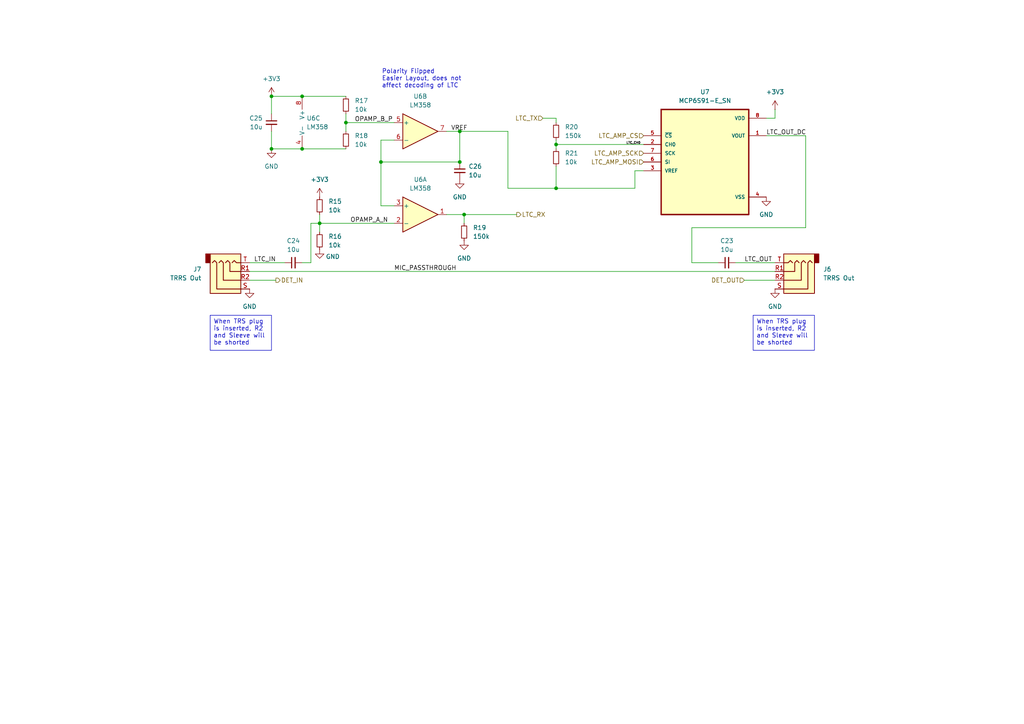
<source format=kicad_sch>
(kicad_sch (version 20231120) (generator "eeschema") (generator_version "8.0")
  (paper "A4")
  (lib_symbols
    (symbol "Amplifier_Operational:LM358" (pin_names (offset 0.127))
      (property "Reference" "U" (at 0 5.08 0))
      (property "Value" "LM358" (at 0 -5.08 0))
      (symbol "LM358_1_1"
        (polyline (pts (xy -5.08 5.08) (xy 5.08 0) (xy -5.08 -5.08) (xy -5.08 5.08)) (stroke (width 0.254)) (fill (type background)))
        (pin output line (at 7.62 0 180) (length 2.54) (name "~") (number "1"))
        (pin input line (at -7.62 -2.54 0) (length 2.54) (name "-") (number "2"))
        (pin input line (at -7.62 2.54 0) (length 2.54) (name "+") (number "3"))
      )
      (symbol "LM358_2_1"
        (polyline (pts (xy -5.08 5.08) (xy 5.08 0) (xy -5.08 -5.08) (xy -5.08 5.08)) (stroke (width 0.254)) (fill (type background)))
        (pin input line (at -7.62 2.54 0) (length 2.54) (name "+") (number "5"))
        (pin input line (at -7.62 -2.54 0) (length 2.54) (name "-") (number "6"))
        (pin output line (at 7.62 0 180) (length 2.54) (name "~") (number "7"))
      )
      (symbol "LM358_3_1"
        (pin power_in line (at -2.54 -7.62 90) (length 3.81) (name "V-") (number "4"))
        (pin power_in line (at -2.54 7.62 270) (length 3.81) (name "V+") (number "8"))
      )
    )
    (symbol "Connector_Audio:AudioJack4"
      (property "Reference" "J" (at 0 8.89 0))
      (property "Value" "AudioJack4" (at 0 6.35 0))
      (symbol "AudioJack4_0_1"
        (rectangle (start -6.35 -5.08) (end -7.62 -7.62) (stroke (width 0.254)) (fill (type outline)))
        (polyline (pts (xy 0 -5.08) (xy 0.635 -5.715) (xy 1.27 -5.08) (xy 2.54 -5.08)) (stroke (width 0.254)))
        (polyline (pts (xy -5.715 -5.08) (xy -5.08 -5.715) (xy -4.445 -5.08) (xy -4.445 2.54) (xy 2.54 2.54)) (stroke (width 0.254)))
        (polyline (pts (xy -1.905 -5.08) (xy -1.27 -5.715) (xy -0.635 -5.08) (xy -0.635 -2.54) (xy 2.54 -2.54)) (stroke (width 0.254)))
        (polyline (pts (xy 2.54 0) (xy -2.54 0) (xy -2.54 -5.08) (xy -3.175 -5.715) (xy -3.81 -5.08)) (stroke (width 0.254)))
        (rectangle (start 2.54 3.81) (end -6.35 -7.62) (stroke (width 0.254)) (fill (type background)))
      )
      (symbol "AudioJack4_1_1"
        (pin passive line (at 5.08 -2.54 180) (length 2.54) (name "~") (number "R1"))
        (pin passive line (at 5.08 0 180) (length 2.54) (name "~") (number "R2"))
        (pin passive line (at 5.08 2.54 180) (length 2.54) (name "~") (number "S"))
        (pin passive line (at 5.08 -5.08 180) (length 2.54) (name "~") (number "T"))
      )
    )
    (symbol "Device:C_Small" (pin_numbers hide) (pin_names (offset 0.254) hide)
      (property "Reference" "C" (at 0.254 1.778 0))
      (property "Value" "C_Small" (at 0.254 -2.032 0))
      (symbol "C_Small_0_1"
        (polyline (pts (xy -1.524 -0.508) (xy 1.524 -0.508)) (stroke (width 0.3302)))
        (polyline (pts (xy -1.524 0.508) (xy 1.524 0.508)) (stroke (width 0.3048)))
      )
      (symbol "C_Small_1_1"
        (pin passive line (at 0 2.54 270) (length 2.032) (name "~") (number "1"))
        (pin passive line (at 0 -2.54 90) (length 2.032) (name "~") (number "2"))
      )
    )
    (symbol "Device:R_Small" (pin_numbers hide) (pin_names (offset 0.254) hide)
      (property "Reference" "R" (at 0.762 0.508 0))
      (property "Value" "R_Small" (at 0.762 -1.016 0))
      (symbol "R_Small_0_1"
        (rectangle (start -0.762 1.778) (end 0.762 -1.778) (stroke (width 0.2032)))
      )
      (symbol "R_Small_1_1"
        (pin passive line (at 0 2.54 270) (length 0.762) (name "~") (number "1"))
        (pin passive line (at 0 -2.54 90) (length 0.762) (name "~") (number "2"))
      )
    )
    (symbol "MCP6S91-E_SN:MCP6S91-E_SN" (pin_names (offset 1.016))
      (property "Reference" "U" (at -12.7 16.24 0))
      (property "Value" "MCP6S91-E_SN" (at -12.7 -19.24 0))
      (symbol "MCP6S91-E_SN_0_0"
        (rectangle (start -12.7 -15.24) (end 12.7 15.24) (stroke (width 0.41)) (fill (type background)))
        (pin output line (at 17.78 7.62 180) (length 5.08) (name "VOUT") (number "1"))
        (pin input line (at -17.78 5.08 0) (length 5.08) (name "CH0") (number "2"))
        (pin input line (at -17.78 -2.54 0) (length 5.08) (name "VREF") (number "3"))
        (pin power_in line (at 17.78 -10.16 180) (length 5.08) (name "VSS") (number "4"))
        (pin input line (at -17.78 7.62 0) (length 5.08) (name "~{CS}") (number "5"))
        (pin input line (at -17.78 0 0) (length 5.08) (name "SI") (number "6"))
        (pin input line (at -17.78 2.54 0) (length 5.08) (name "SCK") (number "7"))
        (pin power_in line (at 17.78 12.7 180) (length 5.08) (name "VDD") (number "8"))
      )
    )
    (symbol "power:+3V3" (power) (pin_numbers hide) (pin_names (offset 0) hide)
      (property "Value" "+3V3" (at 0 3.556 0))
      (symbol "+3V3_0_1"
        (polyline (pts (xy -0.762 1.27) (xy 0 2.54)))
        (polyline (pts (xy 0 0) (xy 0 2.54)))
        (polyline (pts (xy 0 2.54) (xy 0.762 1.27)))
      )
      (symbol "+3V3_1_1"
        (pin power_in line (at 0 0 90) (length 0) (name "~") (number "1"))
      )
    )
    (symbol "power:GND" (power) (pin_numbers hide) (pin_names (offset 0) hide)
      (property "Value" "GND" (at 0 -3.81 0))
      (symbol "GND_0_1"
        (polyline (pts (xy 0 0) (xy 0 -1.27) (xy 1.27 -1.27) (xy 0 -2.54) (xy -1.27 -1.27) (xy 0 -1.27)))
      )
      (symbol "GND_1_1"
        (pin power_in line (at 0 0 270) (length 0) (name "~") (number "1"))
      )
    )
  )
  (junction (at 110.49 46.99))
  (junction (at 161.29 54.61))
  (junction (at 92.71 64.77))
  (junction (at 78.74 43.18))
  (junction (at 87.63 27.94))
  (junction (at 161.29 41.91))
  (junction (at 100.33 35.56))
  (junction (at 133.35 38.1))
  (junction (at 87.63 43.18))
  (junction (at 78.74 27.94))
  (junction (at 134.62 62.23))
  (junction (at 133.35 46.99))
  (wire (pts (xy 215.9 81.28) (xy 224.79 81.28)))
  (wire (pts (xy 213.36 76.2) (xy 224.79 76.2)))
  (wire (pts (xy 147.32 38.1) (xy 147.32 54.61)))
  (wire (pts (xy 90.17 64.77) (xy 90.17 76.2)))
  (wire (pts (xy 92.71 62.23) (xy 92.71 64.77)))
  (wire (pts (xy 78.74 43.18) (xy 87.63 43.18)))
  (wire (pts (xy 133.35 38.1) (xy 133.35 46.99)))
  (wire (pts (xy 90.17 64.77) (xy 92.71 64.77)))
  (wire (pts (xy 129.54 38.1) (xy 133.35 38.1)))
  (wire (pts (xy 161.29 35.56) (xy 161.29 34.29)))
  (wire (pts (xy 110.49 46.99) (xy 133.35 46.99)))
  (wire (pts (xy 80.01 81.28) (xy 72.39 81.28)))
  (wire (pts (xy 200.66 66.04) (xy 233.68 66.04)))
  (wire (pts (xy 200.66 76.2) (xy 208.28 76.2)))
  (wire (pts (xy 87.63 76.2) (xy 90.17 76.2)))
  (wire (pts (xy 134.62 62.23) (xy 149.86 62.23)))
  (wire (pts (xy 184.15 49.53) (xy 186.69 49.53)))
  (wire (pts (xy 110.49 40.64) (xy 114.3 40.64)))
  (wire (pts (xy 233.68 39.37) (xy 233.68 66.04)))
  (wire (pts (xy 161.29 41.91) (xy 186.69 41.91)))
  (wire (pts (xy 134.62 62.23) (xy 134.62 64.77)))
  (wire (pts (xy 222.25 39.37) (xy 233.68 39.37)))
  (wire (pts (xy 200.66 66.04) (xy 200.66 76.2)))
  (wire (pts (xy 161.29 48.26) (xy 161.29 54.61)))
  (wire (pts (xy 100.33 33.02) (xy 100.33 35.56)))
  (wire (pts (xy 87.63 43.18) (xy 100.33 43.18)))
  (wire (pts (xy 82.55 76.2) (xy 72.39 76.2)))
  (wire (pts (xy 78.74 27.94) (xy 87.63 27.94)))
  (wire (pts (xy 100.33 35.56) (xy 114.3 35.56)))
  (wire (pts (xy 161.29 54.61) (xy 184.15 54.61)))
  (wire (pts (xy 129.54 62.23) (xy 134.62 62.23)))
  (wire (pts (xy 110.49 59.69) (xy 114.3 59.69)))
  (wire (pts (xy 92.71 64.77) (xy 92.71 67.31)))
  (wire (pts (xy 78.74 38.1) (xy 78.74 43.18)))
  (wire (pts (xy 92.71 64.77) (xy 114.3 64.77)))
  (wire (pts (xy 133.35 38.1) (xy 147.32 38.1)))
  (wire (pts (xy 110.49 40.64) (xy 110.49 46.99)))
  (wire (pts (xy 72.39 78.74) (xy 224.79 78.74)))
  (wire (pts (xy 87.63 27.94) (xy 100.33 27.94)))
  (wire (pts (xy 147.32 54.61) (xy 161.29 54.61)))
  (wire (pts (xy 224.79 31.75) (xy 224.79 34.29)))
  (wire (pts (xy 100.33 35.56) (xy 100.33 38.1)))
  (wire (pts (xy 224.79 34.29) (xy 222.25 34.29)))
  (wire (pts (xy 184.15 49.53) (xy 184.15 54.61)))
  (wire (pts (xy 161.29 41.91) (xy 161.29 43.18)))
  (wire (pts (xy 78.74 27.94) (xy 78.74 33.02)))
  (wire (pts (xy 110.49 46.99) (xy 110.49 59.69)))
  (wire (pts (xy 161.29 40.64) (xy 161.29 41.91)))
  (wire (pts (xy 161.29 34.29) (xy 157.48 34.29)))
  (text_box "When TRS plug is inserted, R2 and Sleeve will be shorted" (at 60.96 91.44 0) (size 17.78 10.16) (effects (font (size 1.27 1.27)) (justify left top)))
  (text_box "When TRS plug is inserted, R2 and Sleeve will be shorted" (at 218.44 91.44 0) (size 17.78 10.16) (effects (font (size 1.27 1.27)) (justify left top)))
  (text "Polarity Flipped\nEasier Layout, does not\naffect decoding of LTC" (at 110.744 25.654 0) (effects (font (size 1.27 1.27)) (justify left bottom)))
  (label "LTC_OUT" (at 215.9 76.2 0))
  (label "LTC_IN" (at 73.66 76.2 0))
  (label "OPAMP_B_P" (at 102.87 35.56 0))
  (label "LTC_CH0" (at 181.61 41.91 0) (effects (font (size 0.635 0.635))))
  (label "OPAMP_A_N" (at 101.6 64.77 0))
  (label "LTC_OUT_DC" (at 222.25 39.37 0))
  (label "MIC_PASSTHROUGH" (at 114.3 78.74 0))
  (label "VREF" (at 130.81 38.1 0))
  (hierarchical_label "LTC_TX" (shape input) (at 157.48 34.29 180))
  (hierarchical_label "LTC_AMP_CS" (shape input) (at 186.69 39.37 180))
  (hierarchical_label "DET_OUT" (shape input) (at 215.9 81.28 180))
  (hierarchical_label "LTC_RX" (shape output) (at 149.86 62.23 0))
  (hierarchical_label "LTC_AMP_MOSI" (shape input) (at 186.69 46.99 180))
  (hierarchical_label "LTC_AMP_SCK" (shape input) (at 186.69 44.45 180))
  (hierarchical_label "DET_IN" (shape output) (at 80.01 81.28 0))
  (symbol (lib_id "Amplifier_Operational:LM358") (at 121.92 62.23 0) (unit 1)
    (property "Reference" "U6" (at 121.92 52.07 0))
    (property "Value" "LM358" (at 121.92 54.61 0))
    (property "Footprint" "Package_SO:SOP-8_3.9x4.9mm_P1.27mm" (effects (hide yes)))
    (property "Datasheet" "https://atta.szlcsc.com/upload/public/pdf/source/20221111/EFA130B3B4599AE68A453AC9B85C4BC9.pdf" (effects (hide yes)))
    (property "Description" "Low-Power, Dual Operational Amplifiers, DIP-8/SOIC-8/TO-99-8" (effects (hide yes)))
    (property "LCSC" "C5252902 " (effects (hide yes)))
  )
  (symbol (lib_id "Device:C_Small") (at 78.74 35.56 0) (mirror y) (unit 1)
    (property "Reference" "C25" (at 76.2 34.2962 0) (effects (justify left)))
    (property "Value" "10u" (at 76.2 36.8362 0) (effects (justify left)))
    (property "Footprint" "Capacitor_SMD:C_0603_1608Metric" (effects (hide yes)))
    (property "Description" "Unpolarized capacitor, small symbol" (effects (hide yes)))
    (property "LCSC" "C19702" (effects (hide yes)))
  )
  (symbol (lib_id "Device:R_Small") (at 161.29 45.72 0) (unit 1)
    (property "Reference" "R21" (at 163.83 44.4499 0) (effects (justify left)))
    (property "Value" "10k" (at 163.83 46.9899 0) (effects (justify left)))
    (property "Footprint" "Resistor_SMD:R_0402_1005Metric" (effects (hide yes)))
    (property "Description" "Resistor, small symbol" (effects (hide yes)))
    (property "LCSC" "C25744" (effects (hide yes)))
  )
  (symbol (lib_id "Device:R_Small") (at 92.71 59.69 0) (unit 1)
    (property "Reference" "R15" (at 95.25 58.4199 0) (effects (justify left)))
    (property "Value" "10k" (at 95.25 60.9599 0) (effects (justify left)))
    (property "Footprint" "Resistor_SMD:R_0402_1005Metric" (effects (hide yes)))
    (property "Description" "Resistor, small symbol" (effects (hide yes)))
    (property "LCSC" "C25744" (effects (hide yes)))
  )
  (symbol (lib_id "Device:R_Small") (at 100.33 40.64 0) (unit 1)
    (property "Reference" "R18" (at 102.87 39.3699 0) (effects (justify left)))
    (property "Value" "10k" (at 102.87 41.9099 0) (effects (justify left)))
    (property "Footprint" "Resistor_SMD:R_0402_1005Metric" (effects (hide yes)))
    (property "Description" "Resistor, small symbol" (effects (hide yes)))
    (property "LCSC" "C25744" (effects (hide yes)))
  )
  (symbol (lib_id "Device:R_Small") (at 134.62 67.31 0) (unit 1)
    (property "Reference" "R19" (at 137.16 66.0399 0) (effects (justify left)))
    (property "Value" "150k" (at 137.16 68.5799 0) (effects (justify left)))
    (property "Footprint" "Resistor_SMD:R_0603_1608Metric" (effects (hide yes)))
    (property "Description" "Resistor, small symbol" (effects (hide yes)))
    (property "LCSC" "C22807" (effects (hide yes)))
  )
  (symbol (lib_id "Device:C_Small") (at 85.09 76.2 90) (unit 1)
    (property "Reference" "C24" (at 85.0963 69.85 90))
    (property "Value" "10u" (at 85.0963 72.39 90))
    (property "Footprint" "Capacitor_SMD:C_0603_1608Metric" (effects (hide yes)))
    (property "Description" "Unpolarized capacitor, small symbol" (effects (hide yes)))
    (property "LCSC" "C19702" (effects (hide yes)))
  )
  (symbol (lib_id "Connector_Audio:AudioJack4") (at 67.31 81.28 0) (mirror x) (unit 1)
    (property "Reference" "J7" (at 58.42 78.1049 0) (effects (justify right)))
    (property "Value" "TRRS Out" (at 58.42 80.6449 0) (effects (justify right)))
    (property "Footprint" "Connector_Audio:Jack_3.5mm_KoreanHropartsElec_PJ-320D-4A_Horizontal" (effects (hide yes)))
    (property "Description" "Audio Jack, 4 Poles (TRRS)" (effects (hide yes)))
    (property "LCSC" "C431535" (effects (hide yes)))
  )
  (symbol (lib_id "Device:C_Small") (at 133.35 49.53 0) (unit 1)
    (property "Reference" "C26" (at 135.89 48.2662 0) (effects (justify left)))
    (property "Value" "10u" (at 135.89 50.8062 0) (effects (justify left)))
    (property "Footprint" "Capacitor_SMD:C_0603_1608Metric" (effects (hide yes)))
    (property "Description" "Unpolarized capacitor, small symbol" (effects (hide yes)))
    (property "LCSC" "C19702" (effects (hide yes)))
  )
  (symbol (lib_id "Device:R_Small") (at 92.71 69.85 0) (unit 1)
    (property "Reference" "R16" (at 95.25 68.5799 0) (effects (justify left)))
    (property "Value" "10k" (at 95.25 71.1199 0) (effects (justify left)))
    (property "Footprint" "Resistor_SMD:R_0402_1005Metric" (effects (hide yes)))
    (property "Description" "Resistor, small symbol" (effects (hide yes)))
    (property "LCSC" "C25744" (effects (hide yes)))
  )
  (symbol (lib_id "Amplifier_Operational:LM358") (at 121.92 38.1 0) (unit 2)
    (property "Reference" "U6" (at 121.92 27.94 0))
    (property "Value" "LM358" (at 121.92 30.48 0))
    (property "Footprint" "Package_SO:SOP-8_3.9x4.9mm_P1.27mm" (effects (hide yes)))
    (property "Datasheet" "https://atta.szlcsc.com/upload/public/pdf/source/20221111/EFA130B3B4599AE68A453AC9B85C4BC9.pdf" (effects (hide yes)))
    (property "Description" "Low-Power, Dual Operational Amplifiers, DIP-8/SOIC-8/TO-99-8" (effects (hide yes)))
    (property "LCSC" "C5252902 " (effects (hide yes)))
  )
  (symbol (lib_id "power:+3V3") (at 224.79 31.75 0) (unit 1)
    (property "Reference" "#PWR043" (effects (hide yes)))
    (property "Value" "+3V3" (at 224.79 26.67 0))
    (property "Description" "Power symbol creates a global label with name \"+3V3\"" (effects (hide yes)))
  )
  (symbol (lib_id "power:GND") (at 92.71 72.39 0) (unit 1)
    (property "Reference" "#PWR034" (effects (hide yes)))
    (property "Value" "GND" (at 96.52 74.422 0))
    (property "Description" "Power symbol creates a global label with name \"GND\" , ground" (effects (hide yes)))
  )
  (symbol (lib_id "power:GND") (at 224.79 83.82 0) (unit 1)
    (property "Reference" "#PWR036" (effects (hide yes)))
    (property "Value" "GND" (at 224.79 88.9 0))
    (property "Description" "Power symbol creates a global label with name \"GND\" , ground" (effects (hide yes)))
  )
  (symbol (lib_id "power:GND") (at 222.25 57.15 0) (unit 1)
    (property "Reference" "#PWR042" (effects (hide yes)))
    (property "Value" "GND" (at 222.25 62.23 0))
    (property "Description" "Power symbol creates a global label with name \"GND\" , ground" (effects (hide yes)))
  )
  (symbol (lib_id "Device:R_Small") (at 100.33 30.48 0) (unit 1)
    (property "Reference" "R17" (at 102.87 29.2099 0) (effects (justify left)))
    (property "Value" "10k" (at 102.87 31.7499 0) (effects (justify left)))
    (property "Footprint" "Resistor_SMD:R_0402_1005Metric" (effects (hide yes)))
    (property "Description" "Resistor, small symbol" (effects (hide yes)))
    (property "LCSC" "C25744" (effects (hide yes)))
  )
  (symbol (lib_id "Device:C_Small") (at 210.82 76.2 90) (unit 1)
    (property "Reference" "C23" (at 210.8263 69.85 90))
    (property "Value" "10u" (at 210.8263 72.39 90))
    (property "Footprint" "Capacitor_SMD:C_0603_1608Metric" (effects (hide yes)))
    (property "Description" "Unpolarized capacitor, small symbol" (effects (hide yes)))
    (property "LCSC" "C19702" (effects (hide yes)))
  )
  (symbol (lib_id "Connector_Audio:AudioJack4") (at 229.87 81.28 180) (unit 1)
    (property "Reference" "J6" (at 238.76 78.1049 0) (effects (justify right)))
    (property "Value" "TRRS Out" (at 238.76 80.6449 0) (effects (justify right)))
    (property "Footprint" "Connector_Audio:Jack_3.5mm_KoreanHropartsElec_PJ-320D-4A_Horizontal" (effects (hide yes)))
    (property "Description" "Audio Jack, 4 Poles (TRRS)" (effects (hide yes)))
    (property "LCSC" "C431535" (effects (hide yes)))
  )
  (symbol (lib_id "Amplifier_Operational:LM358") (at 90.17 35.56 0) (unit 3)
    (property "Reference" "U6" (at 88.9 34.2899 0) (effects (justify left)))
    (property "Value" "LM358" (at 88.9 36.8299 0) (effects (justify left)))
    (property "Footprint" "Package_SO:SOP-8_3.9x4.9mm_P1.27mm" (effects (hide yes)))
    (property "Datasheet" "https://atta.szlcsc.com/upload/public/pdf/source/20221111/EFA130B3B4599AE68A453AC9B85C4BC9.pdf" (effects (hide yes)))
    (property "Description" "Low-Power, Dual Operational Amplifiers, DIP-8/SOIC-8/TO-99-8" (effects (hide yes)))
    (property "LCSC" "C5252902 " (effects (hide yes)))
  )
  (symbol (lib_id "MCP6S91-E_SN:MCP6S91-E_SN") (at 204.47 46.99 0) (unit 1)
    (property "Reference" "U7" (at 204.47 26.67 0))
    (property "Value" "MCP6S91-E_SN" (at 204.47 29.21 0))
    (property "Footprint" "footprints:SOIC127P600X175-8N" (effects (hide yes)))
    (property "MF" "Microchip Technology" (effects (hide yes)))
    (property "Description_1" "\nRail-to-Rail Programmable Gain Amplifier | Microchip Technology Inc. MCP6S91-E/SN\n" (effects (hide yes)))
    (property "Package" "SOIC-8 Microchip" (effects (hide yes)))
    (property "Price" "None" (effects (hide yes)))
    (property "SnapEDA_Link" "https://www.snapeda.com/parts/MCP6S91-E/SN/Microchip/view-part/?ref=snap" (effects (hide yes)))
    (property "MP" "MCP6S91-E/SN" (effects (hide yes)))
    (property "Purchase-URL" "https://www.snapeda.com/api/url_track_click_mouser/?unipart_id=5528528&manufacturer=Microchip Technology&part_name=MCP6S91-E/SN&search_term=mcp6s91" (effects (hide yes)))
    (property "Availability" "In Stock" (effects (hide yes)))
    (property "Check_prices" "https://www.snapeda.com/parts/MCP6S91-E/SN/Microchip/view-part/?ref=eda" (effects (hide yes)))
    (property "LCSC" "C636382" (effects (hide yes)))
  )
  (symbol (lib_id "power:+3V3") (at 78.74 27.94 0) (unit 1)
    (property "Reference" "#PWR038" (effects (hide yes)))
    (property "Value" "+3V3" (at 78.74 22.86 0))
    (property "Description" "Power symbol creates a global label with name \"+3V3\"" (effects (hide yes)))
  )
  (symbol (lib_id "power:GND") (at 133.35 52.07 0) (unit 1)
    (property "Reference" "#PWR040" (effects (hide yes)))
    (property "Value" "GND" (at 133.35 57.15 0))
    (property "Description" "Power symbol creates a global label with name \"GND\" , ground" (effects (hide yes)))
  )
  (symbol (lib_id "power:GND") (at 78.74 43.18 0) (unit 1)
    (property "Reference" "#PWR039" (effects (hide yes)))
    (property "Value" "GND" (at 78.74 48.26 0))
    (property "Description" "Power symbol creates a global label with name \"GND\" , ground" (effects (hide yes)))
  )
  (symbol (lib_id "power:GND") (at 134.62 69.85 0) (unit 1)
    (property "Reference" "#PWR041" (effects (hide yes)))
    (property "Value" "GND" (at 134.62 74.93 0))
    (property "Description" "Power symbol creates a global label with name \"GND\" , ground" (effects (hide yes)))
  )
  (symbol (lib_id "power:GND") (at 72.39 83.82 0) (unit 1)
    (property "Reference" "#PWR035" (effects (hide yes)))
    (property "Value" "GND" (at 72.39 88.9 0))
    (property "Description" "Power symbol creates a global label with name \"GND\" , ground" (effects (hide yes)))
  )
  (symbol (lib_id "power:+3V3") (at 92.71 57.15 0) (unit 1)
    (property "Reference" "#PWR037" (effects (hide yes)))
    (property "Value" "+3V3" (at 92.71 52.07 0))
    (property "Description" "Power symbol creates a global label with name \"+3V3\"" (effects (hide yes)))
  )
  (symbol (lib_id "Device:R_Small") (at 161.29 38.1 0) (unit 1)
    (property "Reference" "R20" (at 163.83 36.8299 0) (effects (justify left)))
    (property "Value" "150k" (at 163.83 39.3699 0) (effects (justify left)))
    (property "Footprint" "Resistor_SMD:R_0603_1608Metric" (effects (hide yes)))
    (property "Description" "Resistor, small symbol" (effects (hide yes)))
    (property "LCSC" "C22807" (effects (hide yes)))
  )
)
</source>
